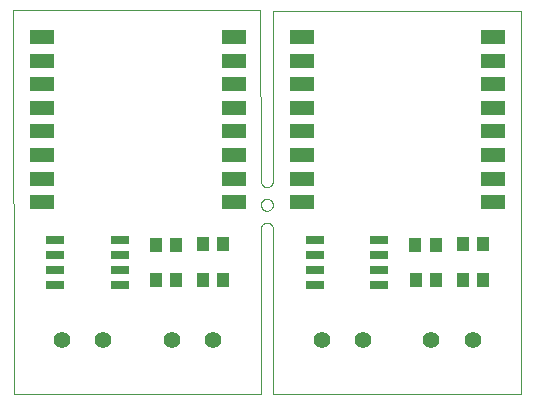
<source format=gts>
G75*
%MOIN*%
%OFA0B0*%
%FSLAX25Y25*%
%IPPOS*%
%LPD*%
%AMOC8*
5,1,8,0,0,1.08239X$1,22.5*
%
%ADD10C,0.00394*%
%ADD11C,0.05550*%
%ADD12C,0.00000*%
%ADD13C,0.03550*%
%ADD14R,0.04337X0.04731*%
%ADD15R,0.06400X0.02800*%
%ADD16R,0.08274X0.05124*%
D10*
X0001394Y0001197D02*
X0001197Y0129031D01*
X0083559Y0129031D01*
X0083756Y0072063D01*
X0083755Y0072063D02*
X0083757Y0071976D01*
X0083763Y0071889D01*
X0083772Y0071802D01*
X0083786Y0071716D01*
X0083803Y0071631D01*
X0083824Y0071546D01*
X0083849Y0071463D01*
X0083877Y0071380D01*
X0083909Y0071299D01*
X0083945Y0071220D01*
X0083984Y0071142D01*
X0084026Y0071066D01*
X0084072Y0070992D01*
X0084121Y0070920D01*
X0084173Y0070850D01*
X0084228Y0070783D01*
X0084286Y0070718D01*
X0084347Y0070655D01*
X0084411Y0070596D01*
X0084477Y0070539D01*
X0084546Y0070486D01*
X0084617Y0070435D01*
X0084690Y0070388D01*
X0084765Y0070343D01*
X0084842Y0070303D01*
X0084920Y0070265D01*
X0085001Y0070232D01*
X0085082Y0070201D01*
X0085165Y0070175D01*
X0085250Y0070152D01*
X0085335Y0070133D01*
X0085420Y0070118D01*
X0085507Y0070106D01*
X0085593Y0070098D01*
X0085680Y0070094D01*
X0085768Y0070094D01*
X0085855Y0070098D01*
X0085941Y0070106D01*
X0086028Y0070118D01*
X0086113Y0070133D01*
X0086198Y0070152D01*
X0086283Y0070175D01*
X0086366Y0070201D01*
X0086447Y0070232D01*
X0086528Y0070265D01*
X0086606Y0070303D01*
X0086683Y0070343D01*
X0086758Y0070388D01*
X0086831Y0070435D01*
X0086902Y0070486D01*
X0086971Y0070539D01*
X0087037Y0070596D01*
X0087101Y0070655D01*
X0087162Y0070718D01*
X0087220Y0070783D01*
X0087275Y0070850D01*
X0087327Y0070920D01*
X0087376Y0070992D01*
X0087422Y0071066D01*
X0087464Y0071142D01*
X0087503Y0071220D01*
X0087539Y0071299D01*
X0087571Y0071380D01*
X0087599Y0071463D01*
X0087624Y0071546D01*
X0087645Y0071631D01*
X0087662Y0071716D01*
X0087676Y0071802D01*
X0087685Y0071889D01*
X0087691Y0071976D01*
X0087693Y0072063D01*
X0087693Y0128874D01*
X0170370Y0128874D01*
X0170370Y0001197D01*
X0087693Y0001197D01*
X0087693Y0056315D01*
X0087691Y0056402D01*
X0087685Y0056489D01*
X0087676Y0056576D01*
X0087662Y0056662D01*
X0087645Y0056747D01*
X0087624Y0056832D01*
X0087599Y0056915D01*
X0087571Y0056998D01*
X0087539Y0057079D01*
X0087503Y0057158D01*
X0087464Y0057236D01*
X0087422Y0057312D01*
X0087376Y0057386D01*
X0087327Y0057458D01*
X0087275Y0057528D01*
X0087220Y0057595D01*
X0087162Y0057660D01*
X0087101Y0057723D01*
X0087037Y0057782D01*
X0086971Y0057839D01*
X0086902Y0057892D01*
X0086831Y0057943D01*
X0086758Y0057990D01*
X0086683Y0058035D01*
X0086606Y0058075D01*
X0086528Y0058113D01*
X0086447Y0058146D01*
X0086366Y0058177D01*
X0086283Y0058203D01*
X0086198Y0058226D01*
X0086113Y0058245D01*
X0086028Y0058260D01*
X0085941Y0058272D01*
X0085855Y0058280D01*
X0085768Y0058284D01*
X0085680Y0058284D01*
X0085593Y0058280D01*
X0085507Y0058272D01*
X0085420Y0058260D01*
X0085335Y0058245D01*
X0085250Y0058226D01*
X0085165Y0058203D01*
X0085082Y0058177D01*
X0085001Y0058146D01*
X0084920Y0058113D01*
X0084842Y0058075D01*
X0084765Y0058035D01*
X0084690Y0057990D01*
X0084617Y0057943D01*
X0084546Y0057892D01*
X0084477Y0057839D01*
X0084411Y0057782D01*
X0084347Y0057723D01*
X0084286Y0057660D01*
X0084228Y0057595D01*
X0084173Y0057528D01*
X0084121Y0057458D01*
X0084072Y0057386D01*
X0084026Y0057312D01*
X0083984Y0057236D01*
X0083945Y0057158D01*
X0083909Y0057079D01*
X0083877Y0056998D01*
X0083849Y0056915D01*
X0083824Y0056832D01*
X0083803Y0056747D01*
X0083786Y0056662D01*
X0083772Y0056576D01*
X0083763Y0056489D01*
X0083757Y0056402D01*
X0083755Y0056315D01*
X0083756Y0056315D02*
X0083756Y0001197D01*
X0001394Y0001197D01*
X0083755Y0064189D02*
X0083757Y0064277D01*
X0083763Y0064365D01*
X0083773Y0064453D01*
X0083787Y0064541D01*
X0083804Y0064627D01*
X0083826Y0064713D01*
X0083851Y0064797D01*
X0083881Y0064881D01*
X0083913Y0064963D01*
X0083950Y0065043D01*
X0083990Y0065122D01*
X0084034Y0065199D01*
X0084081Y0065274D01*
X0084131Y0065346D01*
X0084185Y0065417D01*
X0084241Y0065484D01*
X0084301Y0065550D01*
X0084363Y0065612D01*
X0084429Y0065672D01*
X0084496Y0065728D01*
X0084567Y0065782D01*
X0084639Y0065832D01*
X0084714Y0065879D01*
X0084791Y0065923D01*
X0084870Y0065963D01*
X0084950Y0066000D01*
X0085032Y0066032D01*
X0085116Y0066062D01*
X0085200Y0066087D01*
X0085286Y0066109D01*
X0085372Y0066126D01*
X0085460Y0066140D01*
X0085548Y0066150D01*
X0085636Y0066156D01*
X0085724Y0066158D01*
X0085812Y0066156D01*
X0085900Y0066150D01*
X0085988Y0066140D01*
X0086076Y0066126D01*
X0086162Y0066109D01*
X0086248Y0066087D01*
X0086332Y0066062D01*
X0086416Y0066032D01*
X0086498Y0066000D01*
X0086578Y0065963D01*
X0086657Y0065923D01*
X0086734Y0065879D01*
X0086809Y0065832D01*
X0086881Y0065782D01*
X0086952Y0065728D01*
X0087019Y0065672D01*
X0087085Y0065612D01*
X0087147Y0065550D01*
X0087207Y0065484D01*
X0087263Y0065417D01*
X0087317Y0065346D01*
X0087367Y0065274D01*
X0087414Y0065199D01*
X0087458Y0065122D01*
X0087498Y0065043D01*
X0087535Y0064963D01*
X0087567Y0064881D01*
X0087597Y0064797D01*
X0087622Y0064713D01*
X0087644Y0064627D01*
X0087661Y0064541D01*
X0087675Y0064453D01*
X0087685Y0064365D01*
X0087691Y0064277D01*
X0087693Y0064189D01*
X0087691Y0064101D01*
X0087685Y0064013D01*
X0087675Y0063925D01*
X0087661Y0063837D01*
X0087644Y0063751D01*
X0087622Y0063665D01*
X0087597Y0063581D01*
X0087567Y0063497D01*
X0087535Y0063415D01*
X0087498Y0063335D01*
X0087458Y0063256D01*
X0087414Y0063179D01*
X0087367Y0063104D01*
X0087317Y0063032D01*
X0087263Y0062961D01*
X0087207Y0062894D01*
X0087147Y0062828D01*
X0087085Y0062766D01*
X0087019Y0062706D01*
X0086952Y0062650D01*
X0086881Y0062596D01*
X0086809Y0062546D01*
X0086734Y0062499D01*
X0086657Y0062455D01*
X0086578Y0062415D01*
X0086498Y0062378D01*
X0086416Y0062346D01*
X0086332Y0062316D01*
X0086248Y0062291D01*
X0086162Y0062269D01*
X0086076Y0062252D01*
X0085988Y0062238D01*
X0085900Y0062228D01*
X0085812Y0062222D01*
X0085724Y0062220D01*
X0085636Y0062222D01*
X0085548Y0062228D01*
X0085460Y0062238D01*
X0085372Y0062252D01*
X0085286Y0062269D01*
X0085200Y0062291D01*
X0085116Y0062316D01*
X0085032Y0062346D01*
X0084950Y0062378D01*
X0084870Y0062415D01*
X0084791Y0062455D01*
X0084714Y0062499D01*
X0084639Y0062546D01*
X0084567Y0062596D01*
X0084496Y0062650D01*
X0084429Y0062706D01*
X0084363Y0062766D01*
X0084301Y0062828D01*
X0084241Y0062894D01*
X0084185Y0062961D01*
X0084131Y0063032D01*
X0084081Y0063104D01*
X0084034Y0063179D01*
X0083990Y0063256D01*
X0083950Y0063335D01*
X0083913Y0063415D01*
X0083881Y0063497D01*
X0083851Y0063581D01*
X0083826Y0063665D01*
X0083804Y0063751D01*
X0083787Y0063837D01*
X0083773Y0063925D01*
X0083763Y0064013D01*
X0083757Y0064101D01*
X0083755Y0064189D01*
D11*
X0067732Y0019268D03*
X0053953Y0019268D03*
X0031157Y0019268D03*
X0017378Y0019268D03*
X0103992Y0019268D03*
X0117772Y0019268D03*
X0140567Y0019268D03*
X0154346Y0019268D03*
D12*
X0152771Y0019268D02*
X0152773Y0019347D01*
X0152779Y0019426D01*
X0152789Y0019505D01*
X0152803Y0019583D01*
X0152820Y0019660D01*
X0152842Y0019736D01*
X0152867Y0019811D01*
X0152897Y0019884D01*
X0152929Y0019956D01*
X0152966Y0020027D01*
X0153006Y0020095D01*
X0153049Y0020161D01*
X0153095Y0020225D01*
X0153145Y0020287D01*
X0153198Y0020346D01*
X0153253Y0020402D01*
X0153312Y0020456D01*
X0153373Y0020506D01*
X0153436Y0020554D01*
X0153502Y0020598D01*
X0153570Y0020639D01*
X0153640Y0020676D01*
X0153711Y0020710D01*
X0153785Y0020740D01*
X0153859Y0020766D01*
X0153935Y0020788D01*
X0154012Y0020807D01*
X0154090Y0020822D01*
X0154168Y0020833D01*
X0154247Y0020840D01*
X0154326Y0020843D01*
X0154405Y0020842D01*
X0154484Y0020837D01*
X0154563Y0020828D01*
X0154641Y0020815D01*
X0154718Y0020798D01*
X0154795Y0020778D01*
X0154870Y0020753D01*
X0154944Y0020725D01*
X0155017Y0020693D01*
X0155087Y0020658D01*
X0155156Y0020619D01*
X0155223Y0020576D01*
X0155288Y0020530D01*
X0155350Y0020482D01*
X0155410Y0020430D01*
X0155467Y0020375D01*
X0155521Y0020317D01*
X0155572Y0020257D01*
X0155620Y0020194D01*
X0155665Y0020129D01*
X0155707Y0020061D01*
X0155745Y0019992D01*
X0155779Y0019921D01*
X0155810Y0019848D01*
X0155838Y0019773D01*
X0155861Y0019698D01*
X0155881Y0019621D01*
X0155897Y0019544D01*
X0155909Y0019465D01*
X0155917Y0019387D01*
X0155921Y0019308D01*
X0155921Y0019228D01*
X0155917Y0019149D01*
X0155909Y0019071D01*
X0155897Y0018992D01*
X0155881Y0018915D01*
X0155861Y0018838D01*
X0155838Y0018763D01*
X0155810Y0018688D01*
X0155779Y0018615D01*
X0155745Y0018544D01*
X0155707Y0018475D01*
X0155665Y0018407D01*
X0155620Y0018342D01*
X0155572Y0018279D01*
X0155521Y0018219D01*
X0155467Y0018161D01*
X0155410Y0018106D01*
X0155350Y0018054D01*
X0155288Y0018006D01*
X0155223Y0017960D01*
X0155156Y0017917D01*
X0155087Y0017878D01*
X0155017Y0017843D01*
X0154944Y0017811D01*
X0154870Y0017783D01*
X0154795Y0017758D01*
X0154718Y0017738D01*
X0154641Y0017721D01*
X0154563Y0017708D01*
X0154484Y0017699D01*
X0154405Y0017694D01*
X0154326Y0017693D01*
X0154247Y0017696D01*
X0154168Y0017703D01*
X0154090Y0017714D01*
X0154012Y0017729D01*
X0153935Y0017748D01*
X0153859Y0017770D01*
X0153785Y0017796D01*
X0153711Y0017826D01*
X0153640Y0017860D01*
X0153570Y0017897D01*
X0153502Y0017938D01*
X0153436Y0017982D01*
X0153373Y0018030D01*
X0153312Y0018080D01*
X0153253Y0018134D01*
X0153198Y0018190D01*
X0153145Y0018249D01*
X0153095Y0018311D01*
X0153049Y0018375D01*
X0153006Y0018441D01*
X0152966Y0018509D01*
X0152929Y0018580D01*
X0152897Y0018652D01*
X0152867Y0018725D01*
X0152842Y0018800D01*
X0152820Y0018876D01*
X0152803Y0018953D01*
X0152789Y0019031D01*
X0152779Y0019110D01*
X0152773Y0019189D01*
X0152771Y0019268D01*
X0138992Y0019268D02*
X0138994Y0019347D01*
X0139000Y0019426D01*
X0139010Y0019505D01*
X0139024Y0019583D01*
X0139041Y0019660D01*
X0139063Y0019736D01*
X0139088Y0019811D01*
X0139118Y0019884D01*
X0139150Y0019956D01*
X0139187Y0020027D01*
X0139227Y0020095D01*
X0139270Y0020161D01*
X0139316Y0020225D01*
X0139366Y0020287D01*
X0139419Y0020346D01*
X0139474Y0020402D01*
X0139533Y0020456D01*
X0139594Y0020506D01*
X0139657Y0020554D01*
X0139723Y0020598D01*
X0139791Y0020639D01*
X0139861Y0020676D01*
X0139932Y0020710D01*
X0140006Y0020740D01*
X0140080Y0020766D01*
X0140156Y0020788D01*
X0140233Y0020807D01*
X0140311Y0020822D01*
X0140389Y0020833D01*
X0140468Y0020840D01*
X0140547Y0020843D01*
X0140626Y0020842D01*
X0140705Y0020837D01*
X0140784Y0020828D01*
X0140862Y0020815D01*
X0140939Y0020798D01*
X0141016Y0020778D01*
X0141091Y0020753D01*
X0141165Y0020725D01*
X0141238Y0020693D01*
X0141308Y0020658D01*
X0141377Y0020619D01*
X0141444Y0020576D01*
X0141509Y0020530D01*
X0141571Y0020482D01*
X0141631Y0020430D01*
X0141688Y0020375D01*
X0141742Y0020317D01*
X0141793Y0020257D01*
X0141841Y0020194D01*
X0141886Y0020129D01*
X0141928Y0020061D01*
X0141966Y0019992D01*
X0142000Y0019921D01*
X0142031Y0019848D01*
X0142059Y0019773D01*
X0142082Y0019698D01*
X0142102Y0019621D01*
X0142118Y0019544D01*
X0142130Y0019465D01*
X0142138Y0019387D01*
X0142142Y0019308D01*
X0142142Y0019228D01*
X0142138Y0019149D01*
X0142130Y0019071D01*
X0142118Y0018992D01*
X0142102Y0018915D01*
X0142082Y0018838D01*
X0142059Y0018763D01*
X0142031Y0018688D01*
X0142000Y0018615D01*
X0141966Y0018544D01*
X0141928Y0018475D01*
X0141886Y0018407D01*
X0141841Y0018342D01*
X0141793Y0018279D01*
X0141742Y0018219D01*
X0141688Y0018161D01*
X0141631Y0018106D01*
X0141571Y0018054D01*
X0141509Y0018006D01*
X0141444Y0017960D01*
X0141377Y0017917D01*
X0141308Y0017878D01*
X0141238Y0017843D01*
X0141165Y0017811D01*
X0141091Y0017783D01*
X0141016Y0017758D01*
X0140939Y0017738D01*
X0140862Y0017721D01*
X0140784Y0017708D01*
X0140705Y0017699D01*
X0140626Y0017694D01*
X0140547Y0017693D01*
X0140468Y0017696D01*
X0140389Y0017703D01*
X0140311Y0017714D01*
X0140233Y0017729D01*
X0140156Y0017748D01*
X0140080Y0017770D01*
X0140006Y0017796D01*
X0139932Y0017826D01*
X0139861Y0017860D01*
X0139791Y0017897D01*
X0139723Y0017938D01*
X0139657Y0017982D01*
X0139594Y0018030D01*
X0139533Y0018080D01*
X0139474Y0018134D01*
X0139419Y0018190D01*
X0139366Y0018249D01*
X0139316Y0018311D01*
X0139270Y0018375D01*
X0139227Y0018441D01*
X0139187Y0018509D01*
X0139150Y0018580D01*
X0139118Y0018652D01*
X0139088Y0018725D01*
X0139063Y0018800D01*
X0139041Y0018876D01*
X0139024Y0018953D01*
X0139010Y0019031D01*
X0139000Y0019110D01*
X0138994Y0019189D01*
X0138992Y0019268D01*
X0116197Y0019268D02*
X0116199Y0019347D01*
X0116205Y0019426D01*
X0116215Y0019505D01*
X0116229Y0019583D01*
X0116246Y0019660D01*
X0116268Y0019736D01*
X0116293Y0019811D01*
X0116323Y0019884D01*
X0116355Y0019956D01*
X0116392Y0020027D01*
X0116432Y0020095D01*
X0116475Y0020161D01*
X0116521Y0020225D01*
X0116571Y0020287D01*
X0116624Y0020346D01*
X0116679Y0020402D01*
X0116738Y0020456D01*
X0116799Y0020506D01*
X0116862Y0020554D01*
X0116928Y0020598D01*
X0116996Y0020639D01*
X0117066Y0020676D01*
X0117137Y0020710D01*
X0117211Y0020740D01*
X0117285Y0020766D01*
X0117361Y0020788D01*
X0117438Y0020807D01*
X0117516Y0020822D01*
X0117594Y0020833D01*
X0117673Y0020840D01*
X0117752Y0020843D01*
X0117831Y0020842D01*
X0117910Y0020837D01*
X0117989Y0020828D01*
X0118067Y0020815D01*
X0118144Y0020798D01*
X0118221Y0020778D01*
X0118296Y0020753D01*
X0118370Y0020725D01*
X0118443Y0020693D01*
X0118513Y0020658D01*
X0118582Y0020619D01*
X0118649Y0020576D01*
X0118714Y0020530D01*
X0118776Y0020482D01*
X0118836Y0020430D01*
X0118893Y0020375D01*
X0118947Y0020317D01*
X0118998Y0020257D01*
X0119046Y0020194D01*
X0119091Y0020129D01*
X0119133Y0020061D01*
X0119171Y0019992D01*
X0119205Y0019921D01*
X0119236Y0019848D01*
X0119264Y0019773D01*
X0119287Y0019698D01*
X0119307Y0019621D01*
X0119323Y0019544D01*
X0119335Y0019465D01*
X0119343Y0019387D01*
X0119347Y0019308D01*
X0119347Y0019228D01*
X0119343Y0019149D01*
X0119335Y0019071D01*
X0119323Y0018992D01*
X0119307Y0018915D01*
X0119287Y0018838D01*
X0119264Y0018763D01*
X0119236Y0018688D01*
X0119205Y0018615D01*
X0119171Y0018544D01*
X0119133Y0018475D01*
X0119091Y0018407D01*
X0119046Y0018342D01*
X0118998Y0018279D01*
X0118947Y0018219D01*
X0118893Y0018161D01*
X0118836Y0018106D01*
X0118776Y0018054D01*
X0118714Y0018006D01*
X0118649Y0017960D01*
X0118582Y0017917D01*
X0118513Y0017878D01*
X0118443Y0017843D01*
X0118370Y0017811D01*
X0118296Y0017783D01*
X0118221Y0017758D01*
X0118144Y0017738D01*
X0118067Y0017721D01*
X0117989Y0017708D01*
X0117910Y0017699D01*
X0117831Y0017694D01*
X0117752Y0017693D01*
X0117673Y0017696D01*
X0117594Y0017703D01*
X0117516Y0017714D01*
X0117438Y0017729D01*
X0117361Y0017748D01*
X0117285Y0017770D01*
X0117211Y0017796D01*
X0117137Y0017826D01*
X0117066Y0017860D01*
X0116996Y0017897D01*
X0116928Y0017938D01*
X0116862Y0017982D01*
X0116799Y0018030D01*
X0116738Y0018080D01*
X0116679Y0018134D01*
X0116624Y0018190D01*
X0116571Y0018249D01*
X0116521Y0018311D01*
X0116475Y0018375D01*
X0116432Y0018441D01*
X0116392Y0018509D01*
X0116355Y0018580D01*
X0116323Y0018652D01*
X0116293Y0018725D01*
X0116268Y0018800D01*
X0116246Y0018876D01*
X0116229Y0018953D01*
X0116215Y0019031D01*
X0116205Y0019110D01*
X0116199Y0019189D01*
X0116197Y0019268D01*
X0102417Y0019268D02*
X0102419Y0019347D01*
X0102425Y0019426D01*
X0102435Y0019505D01*
X0102449Y0019583D01*
X0102466Y0019660D01*
X0102488Y0019736D01*
X0102513Y0019811D01*
X0102543Y0019884D01*
X0102575Y0019956D01*
X0102612Y0020027D01*
X0102652Y0020095D01*
X0102695Y0020161D01*
X0102741Y0020225D01*
X0102791Y0020287D01*
X0102844Y0020346D01*
X0102899Y0020402D01*
X0102958Y0020456D01*
X0103019Y0020506D01*
X0103082Y0020554D01*
X0103148Y0020598D01*
X0103216Y0020639D01*
X0103286Y0020676D01*
X0103357Y0020710D01*
X0103431Y0020740D01*
X0103505Y0020766D01*
X0103581Y0020788D01*
X0103658Y0020807D01*
X0103736Y0020822D01*
X0103814Y0020833D01*
X0103893Y0020840D01*
X0103972Y0020843D01*
X0104051Y0020842D01*
X0104130Y0020837D01*
X0104209Y0020828D01*
X0104287Y0020815D01*
X0104364Y0020798D01*
X0104441Y0020778D01*
X0104516Y0020753D01*
X0104590Y0020725D01*
X0104663Y0020693D01*
X0104733Y0020658D01*
X0104802Y0020619D01*
X0104869Y0020576D01*
X0104934Y0020530D01*
X0104996Y0020482D01*
X0105056Y0020430D01*
X0105113Y0020375D01*
X0105167Y0020317D01*
X0105218Y0020257D01*
X0105266Y0020194D01*
X0105311Y0020129D01*
X0105353Y0020061D01*
X0105391Y0019992D01*
X0105425Y0019921D01*
X0105456Y0019848D01*
X0105484Y0019773D01*
X0105507Y0019698D01*
X0105527Y0019621D01*
X0105543Y0019544D01*
X0105555Y0019465D01*
X0105563Y0019387D01*
X0105567Y0019308D01*
X0105567Y0019228D01*
X0105563Y0019149D01*
X0105555Y0019071D01*
X0105543Y0018992D01*
X0105527Y0018915D01*
X0105507Y0018838D01*
X0105484Y0018763D01*
X0105456Y0018688D01*
X0105425Y0018615D01*
X0105391Y0018544D01*
X0105353Y0018475D01*
X0105311Y0018407D01*
X0105266Y0018342D01*
X0105218Y0018279D01*
X0105167Y0018219D01*
X0105113Y0018161D01*
X0105056Y0018106D01*
X0104996Y0018054D01*
X0104934Y0018006D01*
X0104869Y0017960D01*
X0104802Y0017917D01*
X0104733Y0017878D01*
X0104663Y0017843D01*
X0104590Y0017811D01*
X0104516Y0017783D01*
X0104441Y0017758D01*
X0104364Y0017738D01*
X0104287Y0017721D01*
X0104209Y0017708D01*
X0104130Y0017699D01*
X0104051Y0017694D01*
X0103972Y0017693D01*
X0103893Y0017696D01*
X0103814Y0017703D01*
X0103736Y0017714D01*
X0103658Y0017729D01*
X0103581Y0017748D01*
X0103505Y0017770D01*
X0103431Y0017796D01*
X0103357Y0017826D01*
X0103286Y0017860D01*
X0103216Y0017897D01*
X0103148Y0017938D01*
X0103082Y0017982D01*
X0103019Y0018030D01*
X0102958Y0018080D01*
X0102899Y0018134D01*
X0102844Y0018190D01*
X0102791Y0018249D01*
X0102741Y0018311D01*
X0102695Y0018375D01*
X0102652Y0018441D01*
X0102612Y0018509D01*
X0102575Y0018580D01*
X0102543Y0018652D01*
X0102513Y0018725D01*
X0102488Y0018800D01*
X0102466Y0018876D01*
X0102449Y0018953D01*
X0102435Y0019031D01*
X0102425Y0019110D01*
X0102419Y0019189D01*
X0102417Y0019268D01*
X0066157Y0019268D02*
X0066159Y0019347D01*
X0066165Y0019426D01*
X0066175Y0019505D01*
X0066189Y0019583D01*
X0066206Y0019660D01*
X0066228Y0019736D01*
X0066253Y0019811D01*
X0066283Y0019884D01*
X0066315Y0019956D01*
X0066352Y0020027D01*
X0066392Y0020095D01*
X0066435Y0020161D01*
X0066481Y0020225D01*
X0066531Y0020287D01*
X0066584Y0020346D01*
X0066639Y0020402D01*
X0066698Y0020456D01*
X0066759Y0020506D01*
X0066822Y0020554D01*
X0066888Y0020598D01*
X0066956Y0020639D01*
X0067026Y0020676D01*
X0067097Y0020710D01*
X0067171Y0020740D01*
X0067245Y0020766D01*
X0067321Y0020788D01*
X0067398Y0020807D01*
X0067476Y0020822D01*
X0067554Y0020833D01*
X0067633Y0020840D01*
X0067712Y0020843D01*
X0067791Y0020842D01*
X0067870Y0020837D01*
X0067949Y0020828D01*
X0068027Y0020815D01*
X0068104Y0020798D01*
X0068181Y0020778D01*
X0068256Y0020753D01*
X0068330Y0020725D01*
X0068403Y0020693D01*
X0068473Y0020658D01*
X0068542Y0020619D01*
X0068609Y0020576D01*
X0068674Y0020530D01*
X0068736Y0020482D01*
X0068796Y0020430D01*
X0068853Y0020375D01*
X0068907Y0020317D01*
X0068958Y0020257D01*
X0069006Y0020194D01*
X0069051Y0020129D01*
X0069093Y0020061D01*
X0069131Y0019992D01*
X0069165Y0019921D01*
X0069196Y0019848D01*
X0069224Y0019773D01*
X0069247Y0019698D01*
X0069267Y0019621D01*
X0069283Y0019544D01*
X0069295Y0019465D01*
X0069303Y0019387D01*
X0069307Y0019308D01*
X0069307Y0019228D01*
X0069303Y0019149D01*
X0069295Y0019071D01*
X0069283Y0018992D01*
X0069267Y0018915D01*
X0069247Y0018838D01*
X0069224Y0018763D01*
X0069196Y0018688D01*
X0069165Y0018615D01*
X0069131Y0018544D01*
X0069093Y0018475D01*
X0069051Y0018407D01*
X0069006Y0018342D01*
X0068958Y0018279D01*
X0068907Y0018219D01*
X0068853Y0018161D01*
X0068796Y0018106D01*
X0068736Y0018054D01*
X0068674Y0018006D01*
X0068609Y0017960D01*
X0068542Y0017917D01*
X0068473Y0017878D01*
X0068403Y0017843D01*
X0068330Y0017811D01*
X0068256Y0017783D01*
X0068181Y0017758D01*
X0068104Y0017738D01*
X0068027Y0017721D01*
X0067949Y0017708D01*
X0067870Y0017699D01*
X0067791Y0017694D01*
X0067712Y0017693D01*
X0067633Y0017696D01*
X0067554Y0017703D01*
X0067476Y0017714D01*
X0067398Y0017729D01*
X0067321Y0017748D01*
X0067245Y0017770D01*
X0067171Y0017796D01*
X0067097Y0017826D01*
X0067026Y0017860D01*
X0066956Y0017897D01*
X0066888Y0017938D01*
X0066822Y0017982D01*
X0066759Y0018030D01*
X0066698Y0018080D01*
X0066639Y0018134D01*
X0066584Y0018190D01*
X0066531Y0018249D01*
X0066481Y0018311D01*
X0066435Y0018375D01*
X0066392Y0018441D01*
X0066352Y0018509D01*
X0066315Y0018580D01*
X0066283Y0018652D01*
X0066253Y0018725D01*
X0066228Y0018800D01*
X0066206Y0018876D01*
X0066189Y0018953D01*
X0066175Y0019031D01*
X0066165Y0019110D01*
X0066159Y0019189D01*
X0066157Y0019268D01*
X0052378Y0019268D02*
X0052380Y0019347D01*
X0052386Y0019426D01*
X0052396Y0019505D01*
X0052410Y0019583D01*
X0052427Y0019660D01*
X0052449Y0019736D01*
X0052474Y0019811D01*
X0052504Y0019884D01*
X0052536Y0019956D01*
X0052573Y0020027D01*
X0052613Y0020095D01*
X0052656Y0020161D01*
X0052702Y0020225D01*
X0052752Y0020287D01*
X0052805Y0020346D01*
X0052860Y0020402D01*
X0052919Y0020456D01*
X0052980Y0020506D01*
X0053043Y0020554D01*
X0053109Y0020598D01*
X0053177Y0020639D01*
X0053247Y0020676D01*
X0053318Y0020710D01*
X0053392Y0020740D01*
X0053466Y0020766D01*
X0053542Y0020788D01*
X0053619Y0020807D01*
X0053697Y0020822D01*
X0053775Y0020833D01*
X0053854Y0020840D01*
X0053933Y0020843D01*
X0054012Y0020842D01*
X0054091Y0020837D01*
X0054170Y0020828D01*
X0054248Y0020815D01*
X0054325Y0020798D01*
X0054402Y0020778D01*
X0054477Y0020753D01*
X0054551Y0020725D01*
X0054624Y0020693D01*
X0054694Y0020658D01*
X0054763Y0020619D01*
X0054830Y0020576D01*
X0054895Y0020530D01*
X0054957Y0020482D01*
X0055017Y0020430D01*
X0055074Y0020375D01*
X0055128Y0020317D01*
X0055179Y0020257D01*
X0055227Y0020194D01*
X0055272Y0020129D01*
X0055314Y0020061D01*
X0055352Y0019992D01*
X0055386Y0019921D01*
X0055417Y0019848D01*
X0055445Y0019773D01*
X0055468Y0019698D01*
X0055488Y0019621D01*
X0055504Y0019544D01*
X0055516Y0019465D01*
X0055524Y0019387D01*
X0055528Y0019308D01*
X0055528Y0019228D01*
X0055524Y0019149D01*
X0055516Y0019071D01*
X0055504Y0018992D01*
X0055488Y0018915D01*
X0055468Y0018838D01*
X0055445Y0018763D01*
X0055417Y0018688D01*
X0055386Y0018615D01*
X0055352Y0018544D01*
X0055314Y0018475D01*
X0055272Y0018407D01*
X0055227Y0018342D01*
X0055179Y0018279D01*
X0055128Y0018219D01*
X0055074Y0018161D01*
X0055017Y0018106D01*
X0054957Y0018054D01*
X0054895Y0018006D01*
X0054830Y0017960D01*
X0054763Y0017917D01*
X0054694Y0017878D01*
X0054624Y0017843D01*
X0054551Y0017811D01*
X0054477Y0017783D01*
X0054402Y0017758D01*
X0054325Y0017738D01*
X0054248Y0017721D01*
X0054170Y0017708D01*
X0054091Y0017699D01*
X0054012Y0017694D01*
X0053933Y0017693D01*
X0053854Y0017696D01*
X0053775Y0017703D01*
X0053697Y0017714D01*
X0053619Y0017729D01*
X0053542Y0017748D01*
X0053466Y0017770D01*
X0053392Y0017796D01*
X0053318Y0017826D01*
X0053247Y0017860D01*
X0053177Y0017897D01*
X0053109Y0017938D01*
X0053043Y0017982D01*
X0052980Y0018030D01*
X0052919Y0018080D01*
X0052860Y0018134D01*
X0052805Y0018190D01*
X0052752Y0018249D01*
X0052702Y0018311D01*
X0052656Y0018375D01*
X0052613Y0018441D01*
X0052573Y0018509D01*
X0052536Y0018580D01*
X0052504Y0018652D01*
X0052474Y0018725D01*
X0052449Y0018800D01*
X0052427Y0018876D01*
X0052410Y0018953D01*
X0052396Y0019031D01*
X0052386Y0019110D01*
X0052380Y0019189D01*
X0052378Y0019268D01*
X0029582Y0019268D02*
X0029584Y0019347D01*
X0029590Y0019426D01*
X0029600Y0019505D01*
X0029614Y0019583D01*
X0029631Y0019660D01*
X0029653Y0019736D01*
X0029678Y0019811D01*
X0029708Y0019884D01*
X0029740Y0019956D01*
X0029777Y0020027D01*
X0029817Y0020095D01*
X0029860Y0020161D01*
X0029906Y0020225D01*
X0029956Y0020287D01*
X0030009Y0020346D01*
X0030064Y0020402D01*
X0030123Y0020456D01*
X0030184Y0020506D01*
X0030247Y0020554D01*
X0030313Y0020598D01*
X0030381Y0020639D01*
X0030451Y0020676D01*
X0030522Y0020710D01*
X0030596Y0020740D01*
X0030670Y0020766D01*
X0030746Y0020788D01*
X0030823Y0020807D01*
X0030901Y0020822D01*
X0030979Y0020833D01*
X0031058Y0020840D01*
X0031137Y0020843D01*
X0031216Y0020842D01*
X0031295Y0020837D01*
X0031374Y0020828D01*
X0031452Y0020815D01*
X0031529Y0020798D01*
X0031606Y0020778D01*
X0031681Y0020753D01*
X0031755Y0020725D01*
X0031828Y0020693D01*
X0031898Y0020658D01*
X0031967Y0020619D01*
X0032034Y0020576D01*
X0032099Y0020530D01*
X0032161Y0020482D01*
X0032221Y0020430D01*
X0032278Y0020375D01*
X0032332Y0020317D01*
X0032383Y0020257D01*
X0032431Y0020194D01*
X0032476Y0020129D01*
X0032518Y0020061D01*
X0032556Y0019992D01*
X0032590Y0019921D01*
X0032621Y0019848D01*
X0032649Y0019773D01*
X0032672Y0019698D01*
X0032692Y0019621D01*
X0032708Y0019544D01*
X0032720Y0019465D01*
X0032728Y0019387D01*
X0032732Y0019308D01*
X0032732Y0019228D01*
X0032728Y0019149D01*
X0032720Y0019071D01*
X0032708Y0018992D01*
X0032692Y0018915D01*
X0032672Y0018838D01*
X0032649Y0018763D01*
X0032621Y0018688D01*
X0032590Y0018615D01*
X0032556Y0018544D01*
X0032518Y0018475D01*
X0032476Y0018407D01*
X0032431Y0018342D01*
X0032383Y0018279D01*
X0032332Y0018219D01*
X0032278Y0018161D01*
X0032221Y0018106D01*
X0032161Y0018054D01*
X0032099Y0018006D01*
X0032034Y0017960D01*
X0031967Y0017917D01*
X0031898Y0017878D01*
X0031828Y0017843D01*
X0031755Y0017811D01*
X0031681Y0017783D01*
X0031606Y0017758D01*
X0031529Y0017738D01*
X0031452Y0017721D01*
X0031374Y0017708D01*
X0031295Y0017699D01*
X0031216Y0017694D01*
X0031137Y0017693D01*
X0031058Y0017696D01*
X0030979Y0017703D01*
X0030901Y0017714D01*
X0030823Y0017729D01*
X0030746Y0017748D01*
X0030670Y0017770D01*
X0030596Y0017796D01*
X0030522Y0017826D01*
X0030451Y0017860D01*
X0030381Y0017897D01*
X0030313Y0017938D01*
X0030247Y0017982D01*
X0030184Y0018030D01*
X0030123Y0018080D01*
X0030064Y0018134D01*
X0030009Y0018190D01*
X0029956Y0018249D01*
X0029906Y0018311D01*
X0029860Y0018375D01*
X0029817Y0018441D01*
X0029777Y0018509D01*
X0029740Y0018580D01*
X0029708Y0018652D01*
X0029678Y0018725D01*
X0029653Y0018800D01*
X0029631Y0018876D01*
X0029614Y0018953D01*
X0029600Y0019031D01*
X0029590Y0019110D01*
X0029584Y0019189D01*
X0029582Y0019268D01*
X0015803Y0019268D02*
X0015805Y0019347D01*
X0015811Y0019426D01*
X0015821Y0019505D01*
X0015835Y0019583D01*
X0015852Y0019660D01*
X0015874Y0019736D01*
X0015899Y0019811D01*
X0015929Y0019884D01*
X0015961Y0019956D01*
X0015998Y0020027D01*
X0016038Y0020095D01*
X0016081Y0020161D01*
X0016127Y0020225D01*
X0016177Y0020287D01*
X0016230Y0020346D01*
X0016285Y0020402D01*
X0016344Y0020456D01*
X0016405Y0020506D01*
X0016468Y0020554D01*
X0016534Y0020598D01*
X0016602Y0020639D01*
X0016672Y0020676D01*
X0016743Y0020710D01*
X0016817Y0020740D01*
X0016891Y0020766D01*
X0016967Y0020788D01*
X0017044Y0020807D01*
X0017122Y0020822D01*
X0017200Y0020833D01*
X0017279Y0020840D01*
X0017358Y0020843D01*
X0017437Y0020842D01*
X0017516Y0020837D01*
X0017595Y0020828D01*
X0017673Y0020815D01*
X0017750Y0020798D01*
X0017827Y0020778D01*
X0017902Y0020753D01*
X0017976Y0020725D01*
X0018049Y0020693D01*
X0018119Y0020658D01*
X0018188Y0020619D01*
X0018255Y0020576D01*
X0018320Y0020530D01*
X0018382Y0020482D01*
X0018442Y0020430D01*
X0018499Y0020375D01*
X0018553Y0020317D01*
X0018604Y0020257D01*
X0018652Y0020194D01*
X0018697Y0020129D01*
X0018739Y0020061D01*
X0018777Y0019992D01*
X0018811Y0019921D01*
X0018842Y0019848D01*
X0018870Y0019773D01*
X0018893Y0019698D01*
X0018913Y0019621D01*
X0018929Y0019544D01*
X0018941Y0019465D01*
X0018949Y0019387D01*
X0018953Y0019308D01*
X0018953Y0019228D01*
X0018949Y0019149D01*
X0018941Y0019071D01*
X0018929Y0018992D01*
X0018913Y0018915D01*
X0018893Y0018838D01*
X0018870Y0018763D01*
X0018842Y0018688D01*
X0018811Y0018615D01*
X0018777Y0018544D01*
X0018739Y0018475D01*
X0018697Y0018407D01*
X0018652Y0018342D01*
X0018604Y0018279D01*
X0018553Y0018219D01*
X0018499Y0018161D01*
X0018442Y0018106D01*
X0018382Y0018054D01*
X0018320Y0018006D01*
X0018255Y0017960D01*
X0018188Y0017917D01*
X0018119Y0017878D01*
X0018049Y0017843D01*
X0017976Y0017811D01*
X0017902Y0017783D01*
X0017827Y0017758D01*
X0017750Y0017738D01*
X0017673Y0017721D01*
X0017595Y0017708D01*
X0017516Y0017699D01*
X0017437Y0017694D01*
X0017358Y0017693D01*
X0017279Y0017696D01*
X0017200Y0017703D01*
X0017122Y0017714D01*
X0017044Y0017729D01*
X0016967Y0017748D01*
X0016891Y0017770D01*
X0016817Y0017796D01*
X0016743Y0017826D01*
X0016672Y0017860D01*
X0016602Y0017897D01*
X0016534Y0017938D01*
X0016468Y0017982D01*
X0016405Y0018030D01*
X0016344Y0018080D01*
X0016285Y0018134D01*
X0016230Y0018190D01*
X0016177Y0018249D01*
X0016127Y0018311D01*
X0016081Y0018375D01*
X0016038Y0018441D01*
X0015998Y0018509D01*
X0015961Y0018580D01*
X0015929Y0018652D01*
X0015899Y0018725D01*
X0015874Y0018800D01*
X0015852Y0018876D01*
X0015835Y0018953D01*
X0015821Y0019031D01*
X0015811Y0019110D01*
X0015805Y0019189D01*
X0015803Y0019268D01*
D13*
X0017378Y0019268D03*
X0031157Y0019268D03*
X0053953Y0019268D03*
X0067732Y0019268D03*
X0103992Y0019268D03*
X0117772Y0019268D03*
X0140567Y0019268D03*
X0154346Y0019268D03*
D14*
X0151157Y0038972D03*
X0157850Y0038972D03*
X0157850Y0051079D03*
X0151157Y0051079D03*
X0141945Y0050843D03*
X0135252Y0050843D03*
X0135409Y0039071D03*
X0142102Y0039071D03*
X0071236Y0038972D03*
X0064543Y0038972D03*
X0055488Y0039071D03*
X0048795Y0039071D03*
X0048638Y0050843D03*
X0055331Y0050843D03*
X0064543Y0051079D03*
X0071236Y0051079D03*
D15*
X0101657Y0052398D03*
X0101657Y0047398D03*
X0101657Y0042398D03*
X0101657Y0037398D03*
X0123257Y0037398D03*
X0123257Y0042398D03*
X0123257Y0047398D03*
X0123257Y0052398D03*
X0036643Y0052398D03*
X0036643Y0047398D03*
X0036643Y0042398D03*
X0036643Y0037398D03*
X0015043Y0037398D03*
X0015043Y0042398D03*
X0015043Y0047398D03*
X0015043Y0052398D03*
D16*
X0010843Y0065016D03*
X0010843Y0072890D03*
X0010843Y0080764D03*
X0010843Y0088638D03*
X0010843Y0096512D03*
X0010843Y0104386D03*
X0010843Y0112260D03*
X0010843Y0120134D03*
X0074622Y0120134D03*
X0074622Y0112260D03*
X0074622Y0104386D03*
X0074622Y0096512D03*
X0074622Y0088638D03*
X0074622Y0080764D03*
X0074622Y0072890D03*
X0074622Y0065016D03*
X0097457Y0065016D03*
X0097457Y0072890D03*
X0097457Y0080764D03*
X0097457Y0088638D03*
X0097457Y0096512D03*
X0097457Y0104386D03*
X0097457Y0112260D03*
X0097457Y0120134D03*
X0161236Y0120134D03*
X0161236Y0112260D03*
X0161236Y0104386D03*
X0161236Y0096512D03*
X0161236Y0088638D03*
X0161236Y0080764D03*
X0161236Y0072890D03*
X0161236Y0065016D03*
M02*

</source>
